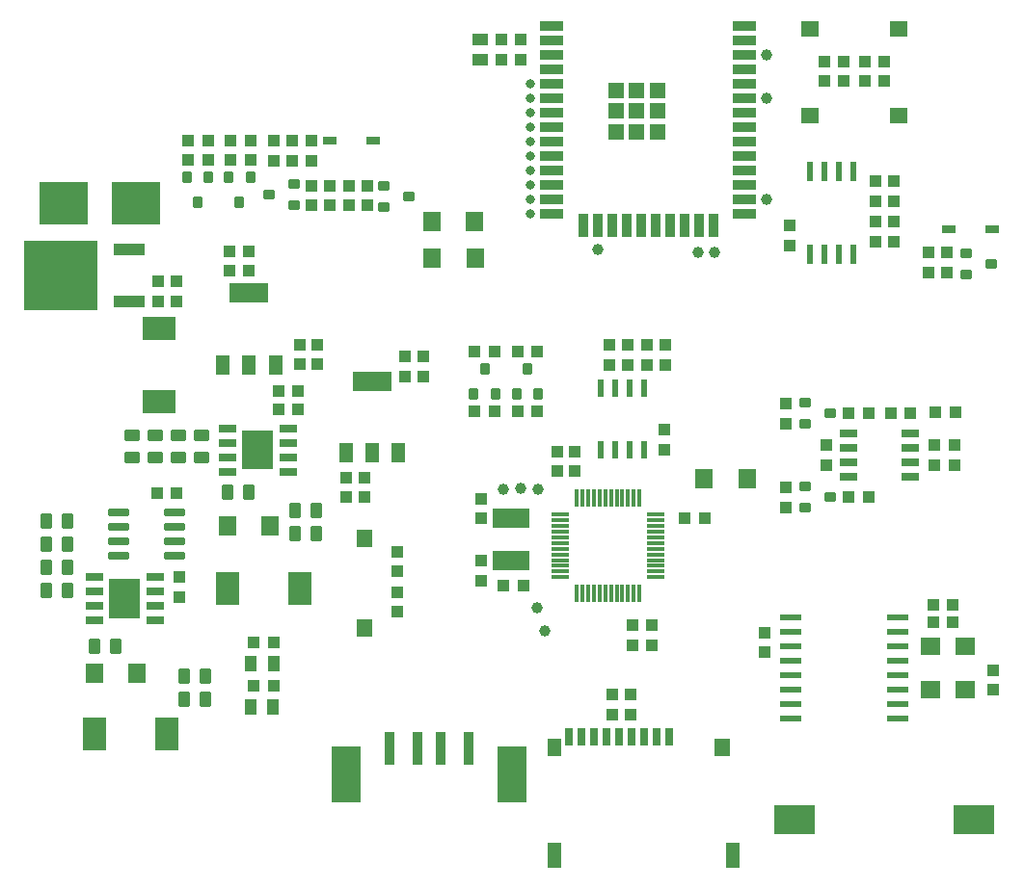
<source format=gtp>
G04*
G04 #@! TF.GenerationSoftware,Altium Limited,Altium Designer,23.0.1 (38)*
G04*
G04 Layer_Color=8421504*
%FSLAX44Y44*%
%MOMM*%
G71*
G04*
G04 #@! TF.SameCoordinates,6FF5410F-6566-4CAA-8283-5BB090145FDD*
G04*
G04*
G04 #@! TF.FilePolarity,Positive*
G04*
G01*
G75*
%ADD21R,1.0000X1.0000*%
%ADD22C,1.0000*%
%ADD23R,1.0000X1.4000*%
%ADD24R,1.0000X1.0000*%
%ADD25R,2.0000X0.9000*%
%ADD26R,0.9000X2.0000*%
%ADD27R,1.3300X1.3300*%
G04:AMPARAMS|DCode=28|XSize=1.6mm|YSize=0.61mm|CornerRadius=0.0153mm|HoleSize=0mm|Usage=FLASHONLY|Rotation=0.000|XOffset=0mm|YOffset=0mm|HoleType=Round|Shape=RoundedRectangle|*
%AMROUNDEDRECTD28*
21,1,1.6000,0.5795,0,0,0.0*
21,1,1.5695,0.6100,0,0,0.0*
1,1,0.0305,0.7847,-0.2898*
1,1,0.0305,-0.7847,-0.2898*
1,1,0.0305,-0.7847,0.2898*
1,1,0.0305,0.7847,0.2898*
%
%ADD28ROUNDEDRECTD28*%
G04:AMPARAMS|DCode=29|XSize=1mm|YSize=0.8001mm|CornerRadius=0.12mm|HoleSize=0mm|Usage=FLASHONLY|Rotation=0.000|XOffset=0mm|YOffset=0mm|HoleType=Round|Shape=RoundedRectangle|*
%AMROUNDEDRECTD29*
21,1,1.0000,0.5601,0,0,0.0*
21,1,0.7600,0.8001,0,0,0.0*
1,1,0.2400,0.3800,-0.2800*
1,1,0.2400,-0.3800,-0.2800*
1,1,0.2400,-0.3800,0.2800*
1,1,0.2400,0.3800,0.2800*
%
%ADD29ROUNDEDRECTD29*%
%ADD30R,1.2000X0.8000*%
%ADD31R,1.8001X1.6000*%
%ADD32R,3.5400X2.6000*%
%ADD33R,3.6600X2.6000*%
%ADD34R,1.9812X0.5334*%
%ADD35R,0.6000X1.5500*%
G04:AMPARAMS|DCode=36|XSize=0.28mm|YSize=1.56mm|CornerRadius=0.07mm|HoleSize=0mm|Usage=FLASHONLY|Rotation=270.000|XOffset=0mm|YOffset=0mm|HoleType=Round|Shape=RoundedRectangle|*
%AMROUNDEDRECTD36*
21,1,0.2800,1.4200,0,0,270.0*
21,1,0.1400,1.5600,0,0,270.0*
1,1,0.1400,-0.7100,-0.0700*
1,1,0.1400,-0.7100,0.0700*
1,1,0.1400,0.7100,0.0700*
1,1,0.1400,0.7100,-0.0700*
%
%ADD36ROUNDEDRECTD36*%
G04:AMPARAMS|DCode=37|XSize=0.28mm|YSize=1.56mm|CornerRadius=0.07mm|HoleSize=0mm|Usage=FLASHONLY|Rotation=180.000|XOffset=0mm|YOffset=0mm|HoleType=Round|Shape=RoundedRectangle|*
%AMROUNDEDRECTD37*
21,1,0.2800,1.4200,0,0,180.0*
21,1,0.1400,1.5600,0,0,180.0*
1,1,0.1400,-0.0700,0.7100*
1,1,0.1400,0.0700,0.7100*
1,1,0.1400,0.0700,-0.7100*
1,1,0.1400,-0.0700,-0.7100*
%
%ADD37ROUNDEDRECTD37*%
%ADD38R,3.3000X1.7000*%
%ADD39R,1.6000X1.8001*%
G04:AMPARAMS|DCode=40|XSize=1mm|YSize=0.8001mm|CornerRadius=0.12mm|HoleSize=0mm|Usage=FLASHONLY|Rotation=90.000|XOffset=0mm|YOffset=0mm|HoleType=Round|Shape=RoundedRectangle|*
%AMROUNDEDRECTD40*
21,1,1.0000,0.5601,0,0,90.0*
21,1,0.7600,0.8001,0,0,90.0*
1,1,0.2400,0.2800,0.3800*
1,1,0.2400,0.2800,-0.3800*
1,1,0.2400,-0.2800,-0.3800*
1,1,0.2400,-0.2800,0.3800*
%
%ADD40ROUNDEDRECTD40*%
%ADD41R,1.4000X1.5000*%
G04:AMPARAMS|DCode=42|XSize=1mm|YSize=1.42mm|CornerRadius=0.125mm|HoleSize=0mm|Usage=FLASHONLY|Rotation=0.000|XOffset=0mm|YOffset=0mm|HoleType=Round|Shape=RoundedRectangle|*
%AMROUNDEDRECTD42*
21,1,1.0000,1.1700,0,0,0.0*
21,1,0.7500,1.4200,0,0,0.0*
1,1,0.2500,0.3750,-0.5850*
1,1,0.2500,-0.3750,-0.5850*
1,1,0.2500,-0.3750,0.5850*
1,1,0.2500,0.3750,0.5850*
%
%ADD42ROUNDEDRECTD42*%
%ADD43R,2.0000X3.0000*%
%ADD44R,1.2000X1.8000*%
%ADD45R,3.5000X1.8000*%
G04:AMPARAMS|DCode=46|XSize=1.9mm|YSize=0.6mm|CornerRadius=0.075mm|HoleSize=0mm|Usage=FLASHONLY|Rotation=0.000|XOffset=0mm|YOffset=0mm|HoleType=Round|Shape=RoundedRectangle|*
%AMROUNDEDRECTD46*
21,1,1.9000,0.4500,0,0,0.0*
21,1,1.7500,0.6000,0,0,0.0*
1,1,0.1500,0.8750,-0.2250*
1,1,0.1500,-0.8750,-0.2250*
1,1,0.1500,-0.8750,0.2250*
1,1,0.1500,0.8750,0.2250*
%
%ADD46ROUNDEDRECTD46*%
G04:AMPARAMS|DCode=47|XSize=1mm|YSize=1.42mm|CornerRadius=0.125mm|HoleSize=0mm|Usage=FLASHONLY|Rotation=270.000|XOffset=0mm|YOffset=0mm|HoleType=Round|Shape=RoundedRectangle|*
%AMROUNDEDRECTD47*
21,1,1.0000,1.1700,0,0,270.0*
21,1,0.7500,1.4200,0,0,270.0*
1,1,0.2500,-0.5850,-0.3750*
1,1,0.2500,-0.5850,0.3750*
1,1,0.2500,0.5850,0.3750*
1,1,0.2500,0.5850,-0.3750*
%
%ADD47ROUNDEDRECTD47*%
%ADD48R,2.7000X1.0000*%
%ADD49R,6.4000X6.2000*%
%ADD50R,4.2400X3.8100*%
%ADD51R,1.5000X1.4000*%
%ADD52R,1.4700X1.1400*%
%ADD53C,0.8000*%
%ADD54R,0.7000X1.6000*%
%ADD55R,1.1999X2.1999*%
%ADD56R,1.4001X1.6000*%
%ADD57R,1.1999X1.6000*%
G04:AMPARAMS|DCode=58|XSize=0.9mm|YSize=2.8mm|CornerRadius=0.018mm|HoleSize=0mm|Usage=FLASHONLY|Rotation=0.000|XOffset=0mm|YOffset=0mm|HoleType=Round|Shape=RoundedRectangle|*
%AMROUNDEDRECTD58*
21,1,0.9000,2.7640,0,0,0.0*
21,1,0.8640,2.8000,0,0,0.0*
1,1,0.0360,0.4320,-1.3820*
1,1,0.0360,-0.4320,-1.3820*
1,1,0.0360,-0.4320,1.3820*
1,1,0.0360,0.4320,1.3820*
%
%ADD58ROUNDEDRECTD58*%
%ADD59R,2.5000X5.0000*%
G04:AMPARAMS|DCode=60|XSize=1.61mm|YSize=0.58mm|CornerRadius=0.0725mm|HoleSize=0mm|Usage=FLASHONLY|Rotation=270.000|XOffset=0mm|YOffset=0mm|HoleType=Round|Shape=RoundedRectangle|*
%AMROUNDEDRECTD60*
21,1,1.6100,0.4350,0,0,270.0*
21,1,1.4650,0.5800,0,0,270.0*
1,1,0.1450,-0.2175,-0.7325*
1,1,0.1450,-0.2175,0.7325*
1,1,0.1450,0.2175,0.7325*
1,1,0.1450,0.2175,-0.7325*
%
%ADD60ROUNDEDRECTD60*%
%ADD61R,3.0000X2.0000*%
G36*
X79390Y289910D02*
X106490D01*
Y255910D01*
X79390D01*
Y289910D01*
D02*
G37*
G36*
X196230Y420720D02*
X223330D01*
Y386720D01*
X196230D01*
Y420720D01*
D02*
G37*
D21*
X676910Y600710D02*
D03*
Y583210D02*
D03*
X708788Y390542D02*
D03*
Y408042D02*
D03*
X673628Y444122D02*
D03*
Y426622D02*
D03*
X673228Y370462D02*
D03*
Y352962D02*
D03*
X815160Y577020D02*
D03*
Y559520D02*
D03*
X798830Y559530D02*
D03*
Y577030D02*
D03*
X768420Y639800D02*
D03*
Y622300D02*
D03*
X751910Y639660D02*
D03*
Y622160D02*
D03*
Y604240D02*
D03*
Y586740D02*
D03*
X768420D02*
D03*
Y604240D02*
D03*
X855286Y210198D02*
D03*
Y192698D02*
D03*
X654626Y225718D02*
D03*
Y243218D02*
D03*
X555388Y249280D02*
D03*
Y231780D02*
D03*
X539138Y249280D02*
D03*
Y231780D02*
D03*
X567804Y478264D02*
D03*
Y495764D02*
D03*
X551294Y478264D02*
D03*
Y495764D02*
D03*
X534784Y478264D02*
D03*
Y495764D02*
D03*
X518274Y478264D02*
D03*
Y495764D02*
D03*
X566314Y404114D02*
D03*
Y421614D02*
D03*
X405740Y343365D02*
D03*
Y360865D02*
D03*
Y306367D02*
D03*
Y288867D02*
D03*
X537210Y188442D02*
D03*
Y170942D02*
D03*
X520960D02*
D03*
Y188442D02*
D03*
X487680Y384950D02*
D03*
Y402450D02*
D03*
X472440D02*
D03*
Y384950D02*
D03*
X287250Y379450D02*
D03*
Y361950D02*
D03*
X303760Y379450D02*
D03*
Y361950D02*
D03*
X332258Y296758D02*
D03*
Y314258D02*
D03*
Y278838D02*
D03*
Y261338D02*
D03*
X141200Y291820D02*
D03*
Y274320D02*
D03*
X355092Y485876D02*
D03*
Y468376D02*
D03*
X338582Y485876D02*
D03*
Y468376D02*
D03*
X246610Y496290D02*
D03*
Y478790D02*
D03*
X261850Y496290D02*
D03*
Y478790D02*
D03*
X306100Y635947D02*
D03*
Y618447D02*
D03*
X289590Y635950D02*
D03*
Y618450D02*
D03*
X273080Y635950D02*
D03*
Y618450D02*
D03*
X256570D02*
D03*
Y635950D02*
D03*
Y675320D02*
D03*
Y657820D02*
D03*
X240060Y675320D02*
D03*
Y657820D02*
D03*
X223550Y675320D02*
D03*
Y657820D02*
D03*
X122150Y534250D02*
D03*
Y551750D02*
D03*
X138660D02*
D03*
Y534250D02*
D03*
X440160Y764380D02*
D03*
Y746880D02*
D03*
X423650Y764380D02*
D03*
Y746880D02*
D03*
D22*
X596392Y577342D02*
D03*
X611124Y577596D02*
D03*
X656590Y624086D02*
D03*
X507880Y580136D02*
D03*
X656590Y713090D02*
D03*
Y751190D02*
D03*
X454660Y264922D02*
D03*
X461518Y244856D02*
D03*
X455930Y369316D02*
D03*
X440690Y369570D02*
D03*
X425196Y369062D02*
D03*
D23*
X203520Y215392D02*
D03*
X223520D02*
D03*
X223360Y177292D02*
D03*
X203360D02*
D03*
D24*
X223634Y196342D02*
D03*
X206134D02*
D03*
X206274Y234696D02*
D03*
X223774D02*
D03*
X245200Y455790D02*
D03*
X227700D02*
D03*
X245200Y439280D02*
D03*
X227700D02*
D03*
X804178Y408041D02*
D03*
X821678D02*
D03*
X804178Y390541D02*
D03*
X821678D02*
D03*
X804558Y436372D02*
D03*
X822058D02*
D03*
X782778Y436122D02*
D03*
X765278D02*
D03*
X746278D02*
D03*
X728778D02*
D03*
Y362462D02*
D03*
X746278D02*
D03*
X802666Y267716D02*
D03*
X820166D02*
D03*
X802666Y252476D02*
D03*
X820166D02*
D03*
X584594Y343408D02*
D03*
X602094D02*
D03*
X443090Y284480D02*
D03*
X425590D02*
D03*
X400076Y489712D02*
D03*
X417576D02*
D03*
X455282D02*
D03*
X437782D02*
D03*
X437785Y437388D02*
D03*
X455285D02*
D03*
X400076D02*
D03*
X417576D02*
D03*
X203232Y675460D02*
D03*
X185732D02*
D03*
X203232Y658950D02*
D03*
X185732D02*
D03*
X166260Y675460D02*
D03*
X148760D02*
D03*
X166260Y658950D02*
D03*
X148760D02*
D03*
X184430Y577850D02*
D03*
X201930D02*
D03*
X184430Y561340D02*
D03*
X201930D02*
D03*
X121020Y365620D02*
D03*
X138520D02*
D03*
X759994Y728098D02*
D03*
X742494D02*
D03*
X724574D02*
D03*
X707074D02*
D03*
X724574Y744608D02*
D03*
X707074D02*
D03*
X742494D02*
D03*
X759994D02*
D03*
D25*
X467330Y776486D02*
D03*
X637330D02*
D03*
X467330Y763786D02*
D03*
Y751086D02*
D03*
Y738386D02*
D03*
Y725686D02*
D03*
Y712986D02*
D03*
Y700286D02*
D03*
Y687586D02*
D03*
Y674886D02*
D03*
Y662186D02*
D03*
Y649486D02*
D03*
Y636786D02*
D03*
Y624086D02*
D03*
Y611386D02*
D03*
X637330D02*
D03*
Y624086D02*
D03*
Y636786D02*
D03*
Y649486D02*
D03*
Y662186D02*
D03*
Y674886D02*
D03*
Y687586D02*
D03*
Y700286D02*
D03*
Y712986D02*
D03*
Y725686D02*
D03*
Y738386D02*
D03*
Y751086D02*
D03*
Y763786D02*
D03*
D26*
X495180Y601386D02*
D03*
X507880D02*
D03*
X520580D02*
D03*
X533280D02*
D03*
X545980D02*
D03*
X558680D02*
D03*
X571380D02*
D03*
X584080D02*
D03*
X596780D02*
D03*
X609480D02*
D03*
D27*
X523980Y719836D02*
D03*
X542330D02*
D03*
X560680D02*
D03*
X523980Y701486D02*
D03*
X542330D02*
D03*
X560680D02*
D03*
X523980Y683136D02*
D03*
X542330D02*
D03*
X560680D02*
D03*
D28*
X728778Y405642D02*
D03*
Y418342D02*
D03*
Y392942D02*
D03*
Y380242D02*
D03*
X782778D02*
D03*
Y392942D02*
D03*
Y405642D02*
D03*
Y418342D02*
D03*
X65940Y253860D02*
D03*
Y266560D02*
D03*
Y291960D02*
D03*
X119940D02*
D03*
Y279260D02*
D03*
Y266560D02*
D03*
Y253860D02*
D03*
X65940Y279260D02*
D03*
X182780Y410070D02*
D03*
X236780Y384670D02*
D03*
Y397370D02*
D03*
Y410070D02*
D03*
Y422770D02*
D03*
X182780D02*
D03*
Y397370D02*
D03*
Y384670D02*
D03*
D29*
X690168Y445622D02*
D03*
Y426622D02*
D03*
X712168Y436122D02*
D03*
X690168Y371962D02*
D03*
Y352962D02*
D03*
X712168Y362462D02*
D03*
X854100Y567000D02*
D03*
X832100Y576500D02*
D03*
Y557500D02*
D03*
X320500Y616951D02*
D03*
Y635950D02*
D03*
X342500Y626450D02*
D03*
X241406Y618450D02*
D03*
X219406Y627950D02*
D03*
X241406Y637449D02*
D03*
D30*
X816851Y597500D02*
D03*
X854849D02*
D03*
X273131Y675460D02*
D03*
X311129D02*
D03*
D31*
X800676Y230879D02*
D03*
Y192878D02*
D03*
X831156Y230879D02*
D03*
Y192878D02*
D03*
D32*
X838580Y78740D02*
D03*
D33*
X680580D02*
D03*
D34*
X771466Y256059D02*
D03*
Y243358D02*
D03*
Y230658D02*
D03*
Y217959D02*
D03*
Y205259D02*
D03*
Y192558D02*
D03*
Y179858D02*
D03*
Y167159D02*
D03*
X677486D02*
D03*
Y179858D02*
D03*
Y192558D02*
D03*
Y205259D02*
D03*
Y217959D02*
D03*
Y230658D02*
D03*
Y243358D02*
D03*
Y256059D02*
D03*
D35*
X536194Y458114D02*
D03*
Y404114D02*
D03*
X548894Y458114D02*
D03*
X523494D02*
D03*
X548894Y404114D02*
D03*
X510794Y458114D02*
D03*
X523494Y404114D02*
D03*
X510794D02*
D03*
D36*
X475520Y341740D02*
D03*
Y336740D02*
D03*
Y331740D02*
D03*
Y326740D02*
D03*
Y321740D02*
D03*
Y316740D02*
D03*
Y301740D02*
D03*
Y296740D02*
D03*
Y291740D02*
D03*
X559120D02*
D03*
Y296740D02*
D03*
Y301740D02*
D03*
Y306740D02*
D03*
Y311740D02*
D03*
Y316740D02*
D03*
Y321740D02*
D03*
Y326740D02*
D03*
Y331740D02*
D03*
Y336740D02*
D03*
X475520Y346740D02*
D03*
Y306740D02*
D03*
X559120Y346740D02*
D03*
X475520Y311740D02*
D03*
X559120Y341740D02*
D03*
D37*
X489820Y277440D02*
D03*
X494820D02*
D03*
X499820D02*
D03*
X504820D02*
D03*
X509820D02*
D03*
X514820D02*
D03*
X519820D02*
D03*
X524820D02*
D03*
X529820D02*
D03*
X534820D02*
D03*
X544820Y361040D02*
D03*
X539820D02*
D03*
X534820D02*
D03*
X529820D02*
D03*
X524820D02*
D03*
X509820D02*
D03*
X504820D02*
D03*
X499820D02*
D03*
X544820Y277440D02*
D03*
X489820Y361040D02*
D03*
X539820Y277440D02*
D03*
X494820Y361040D02*
D03*
X519820D02*
D03*
X514820D02*
D03*
D38*
X432308Y306367D02*
D03*
Y343365D02*
D03*
D39*
X362237Y604774D02*
D03*
X400238D02*
D03*
X362999Y572262D02*
D03*
X401000D02*
D03*
X220781Y336550D02*
D03*
X182780D02*
D03*
X103941Y207500D02*
D03*
X65940D02*
D03*
X639285Y378460D02*
D03*
X601284D02*
D03*
D40*
X437034Y452726D02*
D03*
X456033D02*
D03*
X446533Y474726D02*
D03*
X399325Y452726D02*
D03*
X418324D02*
D03*
X408825Y474726D02*
D03*
X193733Y621280D02*
D03*
X203232Y643280D02*
D03*
X184233D02*
D03*
X156760Y621280D02*
D03*
X147261Y643280D02*
D03*
X166260D02*
D03*
D41*
X303048Y325458D02*
D03*
Y247458D02*
D03*
D42*
X242340Y330060D02*
D03*
X261040D02*
D03*
X242340Y350380D02*
D03*
X261040D02*
D03*
X182780Y366890D02*
D03*
X201480D02*
D03*
X163420Y184450D02*
D03*
X144720D02*
D03*
X163420Y204770D02*
D03*
X144720D02*
D03*
X42600Y280530D02*
D03*
X23900D02*
D03*
X42600Y300850D02*
D03*
X23900D02*
D03*
X42600Y321170D02*
D03*
X23900D02*
D03*
X65940Y231140D02*
D03*
X84640D02*
D03*
X42600Y341490D02*
D03*
X23900D02*
D03*
D43*
X246778Y281940D02*
D03*
X182780D02*
D03*
X129938Y153970D02*
D03*
X65940D02*
D03*
D44*
X287110Y401180D02*
D03*
X310110D02*
D03*
X333110D02*
D03*
X179160Y478650D02*
D03*
X225160D02*
D03*
X202160D02*
D03*
D45*
X310110Y464180D02*
D03*
X202160Y541650D02*
D03*
D46*
X87440Y349110D02*
D03*
Y323710D02*
D03*
X136540Y311010D02*
D03*
Y323710D02*
D03*
Y336410D02*
D03*
Y349110D02*
D03*
X87440Y336410D02*
D03*
Y311010D02*
D03*
D47*
X160250Y397370D02*
D03*
Y416070D02*
D03*
X139930Y397370D02*
D03*
Y416070D02*
D03*
X119610Y397370D02*
D03*
Y416070D02*
D03*
X99290Y397370D02*
D03*
Y416070D02*
D03*
D48*
X96750Y580250D02*
D03*
Y534250D02*
D03*
D49*
X36750Y557250D02*
D03*
D50*
X103100Y620890D02*
D03*
X39400D02*
D03*
D51*
X772604Y773818D02*
D03*
X694604D02*
D03*
Y697618D02*
D03*
X772604D02*
D03*
D52*
X404600Y764530D02*
D03*
Y746730D02*
D03*
D53*
X448818Y649478D02*
D03*
Y636890D02*
D03*
Y687690D02*
D03*
Y611490D02*
D03*
Y674990D02*
D03*
Y713090D02*
D03*
Y624190D02*
D03*
Y700390D02*
D03*
Y725790D02*
D03*
Y662290D02*
D03*
D54*
X571012Y151270D02*
D03*
X560011D02*
D03*
X549010D02*
D03*
X527011D02*
D03*
X505010D02*
D03*
X494011D02*
D03*
X483011D02*
D03*
X538012D02*
D03*
X516010D02*
D03*
D55*
X626511Y47270D02*
D03*
X470511D02*
D03*
D56*
X617511Y142271D02*
D03*
D57*
X470511D02*
D03*
D58*
X395000Y141000D02*
D03*
X350000D02*
D03*
X325000D02*
D03*
X370000D02*
D03*
D59*
X287500Y118500D02*
D03*
X432500D02*
D03*
D60*
X732860Y648050D02*
D03*
X720160D02*
D03*
X707460D02*
D03*
X694760Y575950D02*
D03*
X707460D02*
D03*
X720160D02*
D03*
X732860D02*
D03*
X694760Y648050D02*
D03*
D61*
X123420Y446402D02*
D03*
Y510400D02*
D03*
M02*

</source>
